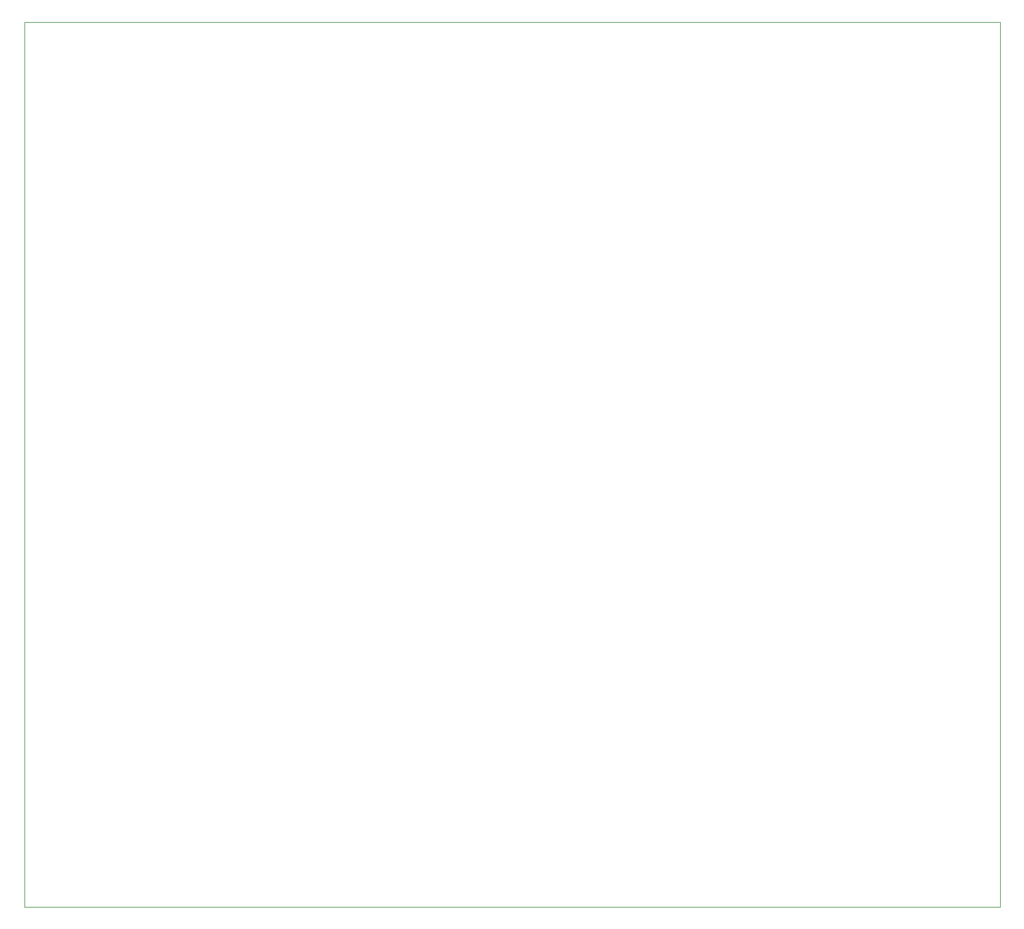
<source format=gbr>
G04 #@! TF.GenerationSoftware,KiCad,Pcbnew,5.1.7*
G04 #@! TF.CreationDate,2020-11-28T14:23:16-05:00*
G04 #@! TF.ProjectId,CR-2020 relay board LC-67183-1,43522d32-3032-4302-9072-656c61792062,1*
G04 #@! TF.SameCoordinates,Original*
G04 #@! TF.FileFunction,Profile,NP*
%FSLAX46Y46*%
G04 Gerber Fmt 4.6, Leading zero omitted, Abs format (unit mm)*
G04 Created by KiCad (PCBNEW 5.1.7) date 2020-11-28 14:23:16*
%MOMM*%
%LPD*%
G01*
G04 APERTURE LIST*
G04 #@! TA.AperFunction,Profile*
%ADD10C,0.038100*%
G04 #@! TD*
G04 APERTURE END LIST*
D10*
X126100840Y-30413960D02*
X67691000Y-30413960D01*
X200626980Y-152549860D02*
X200626980Y-152654000D01*
X200591420Y-152654000D02*
X200626980Y-152654000D01*
X198384160Y-152654000D02*
X200591420Y-152654000D01*
X200626980Y-99979480D02*
X200626980Y-152549860D01*
X65882520Y-152590500D02*
X65882520Y-152654000D01*
X65946020Y-152654000D02*
X65882520Y-152654000D01*
X66677540Y-152654000D02*
X65946020Y-152654000D01*
X65882520Y-148922740D02*
X65882520Y-152590500D01*
X65882520Y-30513020D02*
X65882520Y-30413960D01*
X65961260Y-30413960D02*
X65882520Y-30413960D01*
X67691000Y-30413960D02*
X65961260Y-30413960D01*
X65882520Y-32519620D02*
X65882520Y-30513020D01*
X200626980Y-30413960D02*
X200626980Y-30779720D01*
X197490080Y-30413960D02*
X200626980Y-30413960D01*
X200626980Y-98762820D02*
X200626980Y-30779720D01*
X200626980Y-98762820D02*
X200626980Y-99979480D01*
X145399760Y-152654000D02*
X66677540Y-152654000D01*
X146461480Y-152654000D02*
X198384160Y-152654000D01*
X146461480Y-152654000D02*
X145399760Y-152654000D01*
X65882520Y-90469720D02*
X65882520Y-148922740D01*
X65882520Y-85686900D02*
X65882520Y-32519620D01*
X65882520Y-90469720D02*
X65882520Y-85686900D01*
X126558040Y-30413960D02*
X197490080Y-30413960D01*
X126100840Y-30413960D02*
X126558040Y-30413960D01*
M02*

</source>
